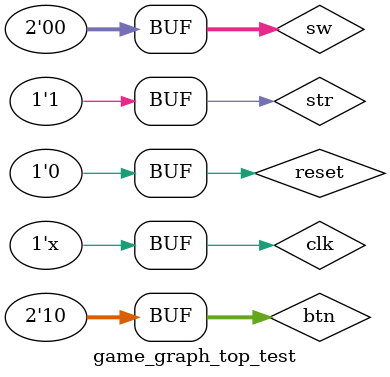
<source format=v>
`timescale 1ns / 1ps


module game_graph_top_test;

	// Inputs
	reg clk;
	reg reset;
	reg [1:0] btn;
	reg [1:0] sw;
	reg str;

	// Outputs
	wire hsync;
	wire vsync;
	wire [2:0] rgb;

	// Instantiate the Unit Under Test (UUT)
	game_graph_top uut (
		.clk(clk), 
		.reset(reset), 
		.btn(btn), 
		.sw(sw), 
		.str(str), 
		.hsync(hsync), 
		.vsync(vsync), 
		.rgb(rgb)
	);

	initial begin
		// Initialize Inputs
		clk = 0;
		reset = 0;
		btn = 0;
		sw = 0;
		str = 1;

		// Wait 100 ns for global reset to finish
		#100;
      reset = 1;
	   #20;
		reset = 0;
		btn[0] = 1;
		#10;
		btn[0] = 0;
		#10;
		btn[1] = 1;
		#10;
		btn[0] = 0;
		// Add stimulus here

	end
	always@*
	begin
	#10;
	clk<=~clk;
	end
      
endmodule


</source>
